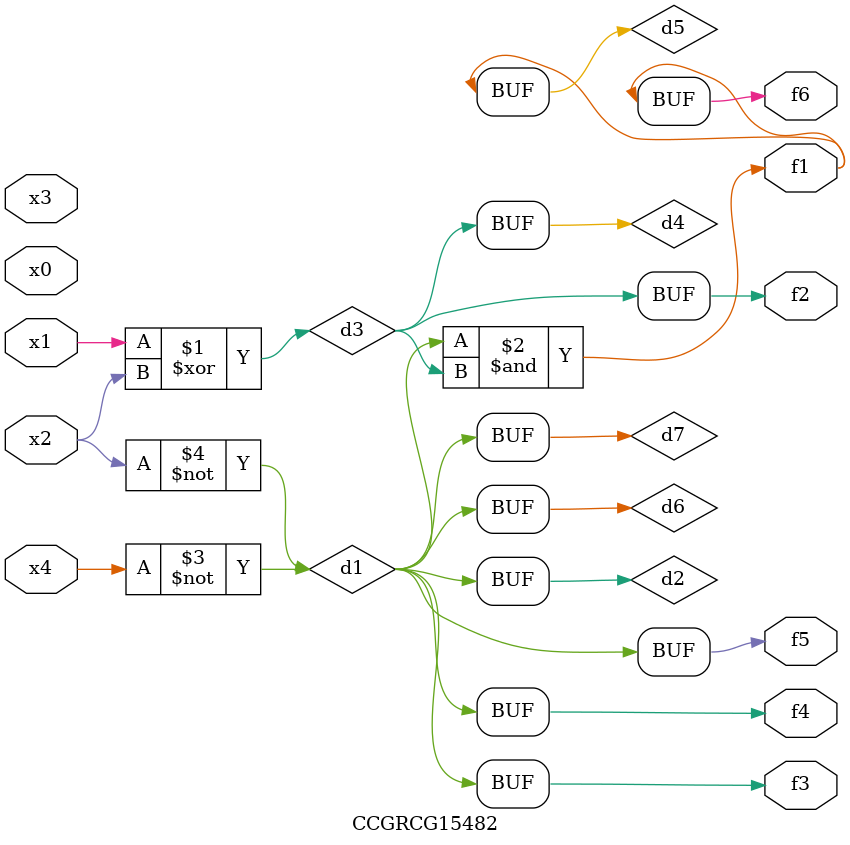
<source format=v>
module CCGRCG15482(
	input x0, x1, x2, x3, x4,
	output f1, f2, f3, f4, f5, f6
);

	wire d1, d2, d3, d4, d5, d6, d7;

	not (d1, x4);
	not (d2, x2);
	xor (d3, x1, x2);
	buf (d4, d3);
	and (d5, d1, d3);
	buf (d6, d1, d2);
	buf (d7, d2);
	assign f1 = d5;
	assign f2 = d4;
	assign f3 = d7;
	assign f4 = d7;
	assign f5 = d7;
	assign f6 = d5;
endmodule

</source>
